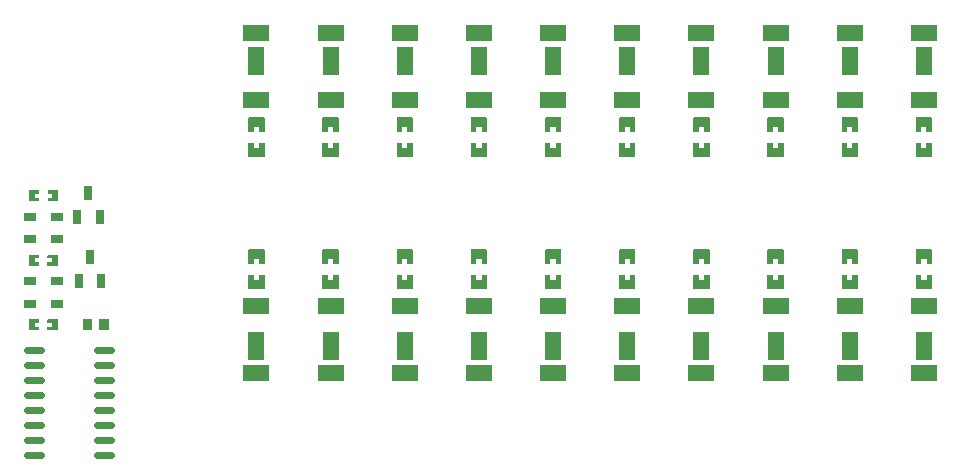
<source format=gtp>
G04 Layer: TopPasteMaskLayer*
G04 EasyEDA v6.5.1, 2022-05-17 10:42:42*
G04 183223736e564f1bbe1f5351ff330512,a895fda7382342f89faddf0c187955a9,10*
G04 Gerber Generator version 0.2*
G04 Scale: 100 percent, Rotated: No, Reflected: No *
G04 Dimensions in inches *
G04 leading zeros omitted , absolute positions ,3 integer and 6 decimal *
%FSLAX36Y36*%
%MOIN*%

%ADD14C,0.0236*%
%ADD19R,0.0394X0.0295*%
%ADD22R,0.0551X0.0945*%
%ADD23R,0.0866X0.0551*%
%ADD24R,0.0866X0.0551*%
%ADD25R,0.0276X0.0492*%

%LPD*%
G36*
X-1054440Y2007720D02*
G01*
X-1056420Y2005740D01*
X-1056420Y1996780D01*
X-1041840Y1996780D01*
X-1041840Y1983779D01*
X-1056420Y1983779D01*
X-1056420Y1974259D01*
X-1054440Y1972280D01*
X-1022960Y1972280D01*
X-1020980Y1974259D01*
X-1020980Y2005740D01*
X-1022960Y2007720D01*
G37*
G36*
X-1117040Y2007720D02*
G01*
X-1119020Y2005740D01*
X-1119020Y1974259D01*
X-1117040Y1972280D01*
X-1085940Y1972280D01*
X-1083980Y1974259D01*
X-1083980Y1983779D01*
X-1098940Y1983779D01*
X-1098940Y1996780D01*
X-1083980Y1996780D01*
X-1083980Y2005740D01*
X-1085940Y2007720D01*
G37*
G36*
X-1117040Y2437720D02*
G01*
X-1119020Y2435740D01*
X-1119020Y2404260D01*
X-1117040Y2402280D01*
X-1085560Y2402280D01*
X-1083580Y2404260D01*
X-1083580Y2413220D01*
X-1098160Y2413220D01*
X-1098160Y2426220D01*
X-1083580Y2426220D01*
X-1083580Y2435740D01*
X-1085560Y2437720D01*
G37*
G36*
X-1054060Y2437720D02*
G01*
X-1056020Y2435740D01*
X-1056020Y2426220D01*
X-1041060Y2426220D01*
X-1041060Y2413220D01*
X-1056020Y2413220D01*
X-1056020Y2404260D01*
X-1054060Y2402280D01*
X-1022960Y2402280D01*
X-1020980Y2404260D01*
X-1020980Y2435740D01*
X-1022960Y2437720D01*
G37*
G36*
X-1054440Y2222720D02*
G01*
X-1056420Y2220740D01*
X-1056420Y2211780D01*
X-1041840Y2211780D01*
X-1041840Y2198780D01*
X-1056420Y2198780D01*
X-1056420Y2189260D01*
X-1054440Y2187280D01*
X-1022960Y2187280D01*
X-1020980Y2189260D01*
X-1020980Y2220740D01*
X-1022960Y2222720D01*
G37*
G36*
X-1117040Y2222720D02*
G01*
X-1119020Y2220740D01*
X-1119020Y2189260D01*
X-1117040Y2187280D01*
X-1085940Y2187280D01*
X-1083980Y2189260D01*
X-1083980Y2198780D01*
X-1098940Y2198780D01*
X-1098940Y2211780D01*
X-1083980Y2211780D01*
X-1083980Y2220740D01*
X-1085940Y2222720D01*
G37*
G36*
X1592600Y2241940D02*
G01*
X1590640Y2239960D01*
X1590640Y2194680D01*
X1592600Y2192720D01*
X1609139Y2192920D01*
X1609139Y2210240D01*
X1626860Y2210240D01*
X1626860Y2192520D01*
X1643000Y2192720D01*
X1644960Y2194680D01*
X1644960Y2239960D01*
X1643000Y2241940D01*
G37*
G36*
X1592600Y2157280D02*
G01*
X1590640Y2155320D01*
X1590640Y2110040D01*
X1592600Y2108080D01*
X1643000Y2108080D01*
X1644960Y2110040D01*
X1644960Y2155320D01*
X1643000Y2157280D01*
X1626860Y2157080D01*
X1626860Y2139760D01*
X1609139Y2139760D01*
X1609139Y2157280D01*
G37*
G36*
X-121860Y2597480D02*
G01*
X-138000Y2597280D01*
X-139960Y2595320D01*
X-139960Y2550040D01*
X-138000Y2548060D01*
X-87600Y2548060D01*
X-85640Y2550040D01*
X-85640Y2595320D01*
X-87600Y2597280D01*
X-104140Y2597080D01*
X-104140Y2579760D01*
X-121860Y2579760D01*
G37*
G36*
X-138000Y2681920D02*
G01*
X-139960Y2679960D01*
X-139960Y2634680D01*
X-138000Y2632720D01*
X-121860Y2632919D01*
X-121860Y2650240D01*
X-104140Y2650240D01*
X-104140Y2632720D01*
X-87600Y2632720D01*
X-85640Y2634680D01*
X-85640Y2679960D01*
X-87600Y2681920D01*
G37*
G36*
X1098100Y2241940D02*
G01*
X1096140Y2239960D01*
X1096140Y2194680D01*
X1098100Y2192720D01*
X1114640Y2192920D01*
X1114640Y2210240D01*
X1132360Y2210240D01*
X1132360Y2192520D01*
X1148500Y2192720D01*
X1150460Y2194680D01*
X1150460Y2239960D01*
X1148500Y2241940D01*
G37*
G36*
X1098100Y2157280D02*
G01*
X1096140Y2155320D01*
X1096140Y2110040D01*
X1098100Y2108080D01*
X1148500Y2108080D01*
X1150460Y2110040D01*
X1150460Y2155320D01*
X1148500Y2157280D01*
X1132360Y2157080D01*
X1132360Y2139760D01*
X1114640Y2139760D01*
X1114640Y2157280D01*
G37*
G36*
X372640Y2597480D02*
G01*
X356500Y2597280D01*
X354540Y2595320D01*
X354540Y2550040D01*
X356500Y2548060D01*
X406900Y2548060D01*
X408860Y2550040D01*
X408860Y2595320D01*
X406900Y2597280D01*
X390360Y2597080D01*
X390360Y2579760D01*
X372640Y2579760D01*
G37*
G36*
X356500Y2681920D02*
G01*
X354540Y2679960D01*
X354540Y2634680D01*
X356500Y2632720D01*
X372640Y2632919D01*
X372640Y2650240D01*
X390360Y2650240D01*
X390360Y2632720D01*
X406900Y2632720D01*
X408860Y2634680D01*
X408860Y2679960D01*
X406900Y2681920D01*
G37*
G36*
X603700Y2241940D02*
G01*
X601740Y2239960D01*
X601740Y2194680D01*
X603700Y2192720D01*
X620240Y2192920D01*
X620240Y2210240D01*
X637960Y2210240D01*
X637960Y2192520D01*
X654100Y2192720D01*
X656060Y2194680D01*
X656060Y2239960D01*
X654100Y2241940D01*
G37*
G36*
X603700Y2157280D02*
G01*
X601740Y2155320D01*
X601740Y2110040D01*
X603700Y2108080D01*
X654100Y2108080D01*
X656060Y2110040D01*
X656060Y2155320D01*
X654100Y2157280D01*
X637960Y2157080D01*
X637960Y2139760D01*
X620240Y2139760D01*
X620240Y2157280D01*
G37*
G36*
X867039Y2597480D02*
G01*
X850900Y2597280D01*
X848940Y2595320D01*
X848940Y2550040D01*
X850900Y2548060D01*
X901300Y2548060D01*
X903259Y2550040D01*
X903259Y2595320D01*
X901300Y2597280D01*
X884760Y2597080D01*
X884760Y2579760D01*
X867039Y2579760D01*
G37*
G36*
X850900Y2681920D02*
G01*
X848940Y2679960D01*
X848940Y2634680D01*
X850900Y2632720D01*
X867039Y2632919D01*
X867039Y2650240D01*
X884760Y2650240D01*
X884760Y2632720D01*
X901300Y2632720D01*
X903259Y2634680D01*
X903259Y2679960D01*
X901300Y2681920D01*
G37*
G36*
X109200Y2241940D02*
G01*
X107240Y2239960D01*
X107240Y2194680D01*
X109200Y2192720D01*
X125740Y2192920D01*
X125740Y2210240D01*
X143460Y2210240D01*
X143460Y2192520D01*
X159600Y2192720D01*
X161560Y2194680D01*
X161560Y2239960D01*
X159600Y2241940D01*
G37*
G36*
X109200Y2157280D02*
G01*
X107240Y2155320D01*
X107240Y2110040D01*
X109200Y2108080D01*
X159600Y2108080D01*
X161560Y2110040D01*
X161560Y2155320D01*
X159600Y2157280D01*
X143460Y2157080D01*
X143460Y2139760D01*
X125740Y2139760D01*
X125740Y2157280D01*
G37*
G36*
X1361440Y2597480D02*
G01*
X1345300Y2597280D01*
X1343340Y2595320D01*
X1343340Y2550040D01*
X1345300Y2548060D01*
X1395700Y2548060D01*
X1397660Y2550040D01*
X1397660Y2595320D01*
X1395700Y2597280D01*
X1379160Y2597080D01*
X1379160Y2579760D01*
X1361440Y2579760D01*
G37*
G36*
X1345300Y2681920D02*
G01*
X1343340Y2679960D01*
X1343340Y2634680D01*
X1345300Y2632720D01*
X1361440Y2632919D01*
X1361440Y2650240D01*
X1379160Y2650240D01*
X1379160Y2632720D01*
X1395700Y2632720D01*
X1397660Y2634680D01*
X1397660Y2679960D01*
X1395700Y2681920D01*
G37*
G36*
X-385200Y2241940D02*
G01*
X-387160Y2239960D01*
X-387160Y2194680D01*
X-385200Y2192720D01*
X-368660Y2192920D01*
X-368660Y2210240D01*
X-350940Y2210240D01*
X-350940Y2192520D01*
X-334799Y2192720D01*
X-332840Y2194680D01*
X-332840Y2239960D01*
X-334799Y2241940D01*
G37*
G36*
X-385200Y2157280D02*
G01*
X-387160Y2155320D01*
X-387160Y2110040D01*
X-385200Y2108080D01*
X-334799Y2108080D01*
X-332840Y2110040D01*
X-332840Y2155320D01*
X-334799Y2157280D01*
X-350940Y2157080D01*
X-350940Y2139760D01*
X-368660Y2139760D01*
X-368660Y2157280D01*
G37*
G36*
X1855940Y2597480D02*
G01*
X1839800Y2597280D01*
X1837840Y2595320D01*
X1837840Y2550040D01*
X1839800Y2548060D01*
X1890200Y2548060D01*
X1892160Y2550040D01*
X1892160Y2595320D01*
X1890200Y2597280D01*
X1873660Y2597080D01*
X1873660Y2579760D01*
X1855940Y2579760D01*
G37*
G36*
X1839800Y2681920D02*
G01*
X1837840Y2679960D01*
X1837840Y2634680D01*
X1839800Y2632720D01*
X1855940Y2632919D01*
X1855940Y2650240D01*
X1873660Y2650240D01*
X1873660Y2632720D01*
X1890200Y2632720D01*
X1892160Y2634680D01*
X1892160Y2679960D01*
X1890200Y2681920D01*
G37*
G36*
X1839800Y2241940D02*
G01*
X1837840Y2239960D01*
X1837840Y2194680D01*
X1839800Y2192720D01*
X1856339Y2192920D01*
X1856339Y2210240D01*
X1874060Y2210240D01*
X1874060Y2192520D01*
X1890200Y2192720D01*
X1892160Y2194680D01*
X1892160Y2239960D01*
X1890200Y2241940D01*
G37*
G36*
X1839800Y2157280D02*
G01*
X1837840Y2155320D01*
X1837840Y2110040D01*
X1839800Y2108080D01*
X1890200Y2108080D01*
X1892160Y2110040D01*
X1892160Y2155320D01*
X1890200Y2157280D01*
X1874060Y2157080D01*
X1874060Y2139760D01*
X1856339Y2139760D01*
X1856339Y2157280D01*
G37*
G36*
X-369060Y2597480D02*
G01*
X-385200Y2597280D01*
X-387160Y2595320D01*
X-387160Y2550040D01*
X-385200Y2548060D01*
X-334799Y2548060D01*
X-332840Y2550040D01*
X-332840Y2595320D01*
X-334799Y2597280D01*
X-351340Y2597080D01*
X-351340Y2579760D01*
X-369060Y2579760D01*
G37*
G36*
X-385200Y2681920D02*
G01*
X-387160Y2679960D01*
X-387160Y2634680D01*
X-385200Y2632720D01*
X-369060Y2632919D01*
X-369060Y2650240D01*
X-351340Y2650240D01*
X-351340Y2632720D01*
X-334799Y2632720D01*
X-332840Y2634680D01*
X-332840Y2679960D01*
X-334799Y2681920D01*
G37*
G36*
X1345300Y2241940D02*
G01*
X1343340Y2239960D01*
X1343340Y2194680D01*
X1345300Y2192720D01*
X1361840Y2192920D01*
X1361840Y2210240D01*
X1379560Y2210240D01*
X1379560Y2192520D01*
X1395700Y2192720D01*
X1397660Y2194680D01*
X1397660Y2239960D01*
X1395700Y2241940D01*
G37*
G36*
X1345300Y2157280D02*
G01*
X1343340Y2155320D01*
X1343340Y2110040D01*
X1345300Y2108080D01*
X1395700Y2108080D01*
X1397660Y2110040D01*
X1397660Y2155320D01*
X1395700Y2157280D01*
X1379560Y2157080D01*
X1379560Y2139760D01*
X1361840Y2139760D01*
X1361840Y2157280D01*
G37*
G36*
X125340Y2597480D02*
G01*
X109200Y2597280D01*
X107240Y2595320D01*
X107240Y2550040D01*
X109200Y2548060D01*
X159600Y2548060D01*
X161560Y2550040D01*
X161560Y2595320D01*
X159600Y2597280D01*
X143060Y2597080D01*
X143060Y2579760D01*
X125340Y2579760D01*
G37*
G36*
X109200Y2681920D02*
G01*
X107240Y2679960D01*
X107240Y2634680D01*
X109200Y2632720D01*
X125340Y2632919D01*
X125340Y2650240D01*
X143060Y2650240D01*
X143060Y2632720D01*
X159600Y2632720D01*
X161560Y2634680D01*
X161560Y2679960D01*
X159600Y2681920D01*
G37*
G36*
X850900Y2241940D02*
G01*
X848940Y2239960D01*
X848940Y2194680D01*
X850900Y2192720D01*
X867440Y2192920D01*
X867440Y2210240D01*
X885160Y2210240D01*
X885160Y2192520D01*
X901300Y2192720D01*
X903259Y2194680D01*
X903259Y2239960D01*
X901300Y2241940D01*
G37*
G36*
X850900Y2157280D02*
G01*
X848940Y2155320D01*
X848940Y2110040D01*
X850900Y2108080D01*
X901300Y2108080D01*
X903259Y2110040D01*
X903259Y2155320D01*
X901300Y2157280D01*
X885160Y2157080D01*
X885160Y2139760D01*
X867440Y2139760D01*
X867440Y2157280D01*
G37*
G36*
X619840Y2597480D02*
G01*
X603700Y2597280D01*
X601740Y2595320D01*
X601740Y2550040D01*
X603700Y2548060D01*
X654100Y2548060D01*
X656060Y2550040D01*
X656060Y2595320D01*
X654100Y2597280D01*
X637560Y2597080D01*
X637560Y2579760D01*
X619840Y2579760D01*
G37*
G36*
X603700Y2681920D02*
G01*
X601740Y2679960D01*
X601740Y2634680D01*
X603700Y2632720D01*
X619840Y2632919D01*
X619840Y2650240D01*
X637560Y2650240D01*
X637560Y2632720D01*
X654100Y2632720D01*
X656060Y2634680D01*
X656060Y2679960D01*
X654100Y2681920D01*
G37*
G36*
X356500Y2241940D02*
G01*
X354540Y2239960D01*
X354540Y2194680D01*
X356500Y2192720D01*
X373040Y2192920D01*
X373040Y2210240D01*
X390760Y2210240D01*
X390760Y2192520D01*
X406900Y2192720D01*
X408860Y2194680D01*
X408860Y2239960D01*
X406900Y2241940D01*
G37*
G36*
X356500Y2157280D02*
G01*
X354540Y2155320D01*
X354540Y2110040D01*
X356500Y2108080D01*
X406900Y2108080D01*
X408860Y2110040D01*
X408860Y2155320D01*
X406900Y2157280D01*
X390760Y2157080D01*
X390760Y2139760D01*
X373040Y2139760D01*
X373040Y2157280D01*
G37*
G36*
X1114240Y2597480D02*
G01*
X1098100Y2597280D01*
X1096140Y2595320D01*
X1096140Y2550040D01*
X1098100Y2548060D01*
X1148500Y2548060D01*
X1150460Y2550040D01*
X1150460Y2595320D01*
X1148500Y2597280D01*
X1131960Y2597080D01*
X1131960Y2579760D01*
X1114240Y2579760D01*
G37*
G36*
X1098100Y2681920D02*
G01*
X1096140Y2679960D01*
X1096140Y2634680D01*
X1098100Y2632720D01*
X1114240Y2632919D01*
X1114240Y2650240D01*
X1131960Y2650240D01*
X1131960Y2632720D01*
X1148500Y2632720D01*
X1150460Y2634680D01*
X1150460Y2679960D01*
X1148500Y2681920D01*
G37*
G36*
X-138000Y2241940D02*
G01*
X-139960Y2239960D01*
X-139960Y2194680D01*
X-138000Y2192720D01*
X-121460Y2192920D01*
X-121460Y2210240D01*
X-103740Y2210240D01*
X-103740Y2192520D01*
X-87600Y2192720D01*
X-85640Y2194680D01*
X-85640Y2239960D01*
X-87600Y2241940D01*
G37*
G36*
X-138000Y2157280D02*
G01*
X-139960Y2155320D01*
X-139960Y2110040D01*
X-138000Y2108080D01*
X-87600Y2108080D01*
X-85640Y2110040D01*
X-85640Y2155320D01*
X-87600Y2157280D01*
X-103740Y2157080D01*
X-103740Y2139760D01*
X-121460Y2139760D01*
X-121460Y2157280D01*
G37*
G36*
X1608740Y2597480D02*
G01*
X1592600Y2597280D01*
X1590640Y2595320D01*
X1590640Y2550040D01*
X1592600Y2548060D01*
X1643000Y2548060D01*
X1644960Y2550040D01*
X1644960Y2595320D01*
X1643000Y2597280D01*
X1626459Y2597080D01*
X1626459Y2579760D01*
X1608740Y2579760D01*
G37*
G36*
X1592600Y2681920D02*
G01*
X1590640Y2679960D01*
X1590640Y2634680D01*
X1592600Y2632720D01*
X1608740Y2632919D01*
X1608740Y2650240D01*
X1626459Y2650240D01*
X1626459Y2632720D01*
X1643000Y2632720D01*
X1644960Y2634680D01*
X1644960Y2679960D01*
X1643000Y2681920D01*
G37*
D14*
X-891622Y1555000D02*
G01*
X-844378Y1555000D01*
X-891622Y1605000D02*
G01*
X-844378Y1605000D01*
X-891622Y1655000D02*
G01*
X-844378Y1655000D01*
X-891622Y1705000D02*
G01*
X-844378Y1705000D01*
X-891622Y1755000D02*
G01*
X-844378Y1755000D01*
X-891622Y1805000D02*
G01*
X-844378Y1805000D01*
X-891622Y1855000D02*
G01*
X-844378Y1855000D01*
X-891622Y1905000D02*
G01*
X-844378Y1905000D01*
X-1125621Y1555000D02*
G01*
X-1078377Y1555000D01*
X-1125621Y1605000D02*
G01*
X-1078377Y1605000D01*
X-1125621Y1655000D02*
G01*
X-1078377Y1655000D01*
X-1125621Y1705000D02*
G01*
X-1078377Y1705000D01*
X-1125621Y1755000D02*
G01*
X-1078377Y1755000D01*
X-1125621Y1805000D02*
G01*
X-1078377Y1805000D01*
X-1125621Y1855000D02*
G01*
X-1078377Y1855000D01*
X-1125621Y1905000D02*
G01*
X-1078377Y1905000D01*
G36*
X-883189Y2007716D02*
G01*
X-851693Y2007716D01*
X-851693Y1972283D01*
X-883189Y1972283D01*
G37*
G36*
X-938306Y2007716D02*
G01*
X-906810Y2007716D01*
X-906810Y1972283D01*
X-938306Y1972283D01*
G37*
D19*
G01*
X-1116159Y2275000D03*
G01*
X-1023840Y2275000D03*
G01*
X-1116159Y2350000D03*
G01*
X-1023840Y2350000D03*
G01*
X-1116159Y2060000D03*
G01*
X-1023840Y2060000D03*
G01*
X-1116159Y2135000D03*
G01*
X-1023840Y2135000D03*
D22*
G01*
X1617799Y1920000D03*
D23*
G01*
X1617799Y1827800D03*
G36*
X1574494Y2079765D02*
G01*
X1661108Y2079765D01*
X1661108Y2024645D01*
X1574494Y2024645D01*
G37*
D22*
G01*
X-112800Y2870000D03*
G36*
X-156105Y2989763D02*
G01*
X-69492Y2989763D01*
X-69492Y2934645D01*
X-156105Y2934645D01*
G37*
D24*
G01*
X-112800Y2737790D03*
D22*
G01*
X1123299Y1920000D03*
D23*
G01*
X1123299Y1827800D03*
G36*
X1079993Y2079765D02*
G01*
X1166607Y2079765D01*
X1166607Y2024645D01*
X1079993Y2024645D01*
G37*
D22*
G01*
X381700Y2870000D03*
G36*
X338393Y2989763D02*
G01*
X425007Y2989763D01*
X425007Y2934645D01*
X338393Y2934645D01*
G37*
D24*
G01*
X381700Y2737790D03*
D22*
G01*
X628899Y1920000D03*
D23*
G01*
X628899Y1827800D03*
G36*
X585594Y2079765D02*
G01*
X672208Y2079765D01*
X672208Y2024645D01*
X585594Y2024645D01*
G37*
D22*
G01*
X876099Y2870000D03*
G36*
X832794Y2989763D02*
G01*
X919408Y2989763D01*
X919408Y2934645D01*
X832794Y2934645D01*
G37*
D24*
G01*
X876099Y2737790D03*
D22*
G01*
X134400Y1920000D03*
D23*
G01*
X134400Y1827800D03*
G36*
X91093Y2079765D02*
G01*
X177707Y2079765D01*
X177707Y2024645D01*
X91093Y2024645D01*
G37*
D22*
G01*
X1370600Y2870000D03*
G36*
X1327294Y2989763D02*
G01*
X1413908Y2989763D01*
X1413908Y2934645D01*
X1327294Y2934645D01*
G37*
D24*
G01*
X1370600Y2737790D03*
D22*
G01*
X-360000Y1920000D03*
D23*
G01*
X-360000Y1827800D03*
G36*
X-403305Y2079765D02*
G01*
X-316691Y2079765D01*
X-316691Y2024645D01*
X-403305Y2024645D01*
G37*
D22*
G01*
X1865000Y2870000D03*
G36*
X1821693Y2989763D02*
G01*
X1908307Y2989763D01*
X1908307Y2934645D01*
X1821693Y2934645D01*
G37*
D24*
G01*
X1865000Y2737790D03*
D22*
G01*
X1865000Y1920000D03*
D23*
G01*
X1865000Y1827800D03*
G36*
X1821693Y2079765D02*
G01*
X1908307Y2079765D01*
X1908307Y2024645D01*
X1821693Y2024645D01*
G37*
D22*
G01*
X-360000Y2870000D03*
G36*
X-403305Y2989763D02*
G01*
X-316691Y2989763D01*
X-316691Y2934645D01*
X-403305Y2934645D01*
G37*
D24*
G01*
X-360000Y2737790D03*
D22*
G01*
X1370600Y1920000D03*
D23*
G01*
X1370600Y1827800D03*
G36*
X1327294Y2079765D02*
G01*
X1413908Y2079765D01*
X1413908Y2024645D01*
X1327294Y2024645D01*
G37*
D22*
G01*
X134400Y2870000D03*
G36*
X91093Y2989763D02*
G01*
X177707Y2989763D01*
X177707Y2934645D01*
X91093Y2934645D01*
G37*
D24*
G01*
X134400Y2737790D03*
D22*
G01*
X876099Y1920000D03*
D23*
G01*
X876099Y1827800D03*
G36*
X832794Y2079765D02*
G01*
X919408Y2079765D01*
X919408Y2024645D01*
X832794Y2024645D01*
G37*
D22*
G01*
X628899Y2870000D03*
G36*
X585594Y2989763D02*
G01*
X672208Y2989763D01*
X672208Y2934645D01*
X585594Y2934645D01*
G37*
D24*
G01*
X628899Y2737790D03*
D22*
G01*
X381700Y1920000D03*
D23*
G01*
X381700Y1827800D03*
G36*
X338393Y2079765D02*
G01*
X425007Y2079765D01*
X425007Y2024645D01*
X338393Y2024645D01*
G37*
D22*
G01*
X1123299Y2870000D03*
G36*
X1079993Y2989763D02*
G01*
X1166607Y2989763D01*
X1166607Y2934645D01*
X1079993Y2934645D01*
G37*
D24*
G01*
X1123299Y2737790D03*
D22*
G01*
X-112800Y1920000D03*
D23*
G01*
X-112800Y1827800D03*
G36*
X-156105Y2079765D02*
G01*
X-69492Y2079765D01*
X-69492Y2024645D01*
X-156105Y2024645D01*
G37*
D22*
G01*
X1617799Y2870000D03*
G36*
X1574494Y2989763D02*
G01*
X1661108Y2989763D01*
X1661108Y2934645D01*
X1574494Y2934645D01*
G37*
D24*
G01*
X1617799Y2737790D03*
D25*
G01*
X-957399Y2350630D03*
G01*
X-882600Y2350630D03*
G01*
X-920000Y2429369D03*
G01*
X-952399Y2135630D03*
G01*
X-877600Y2135630D03*
G01*
X-915000Y2214369D03*
M02*

</source>
